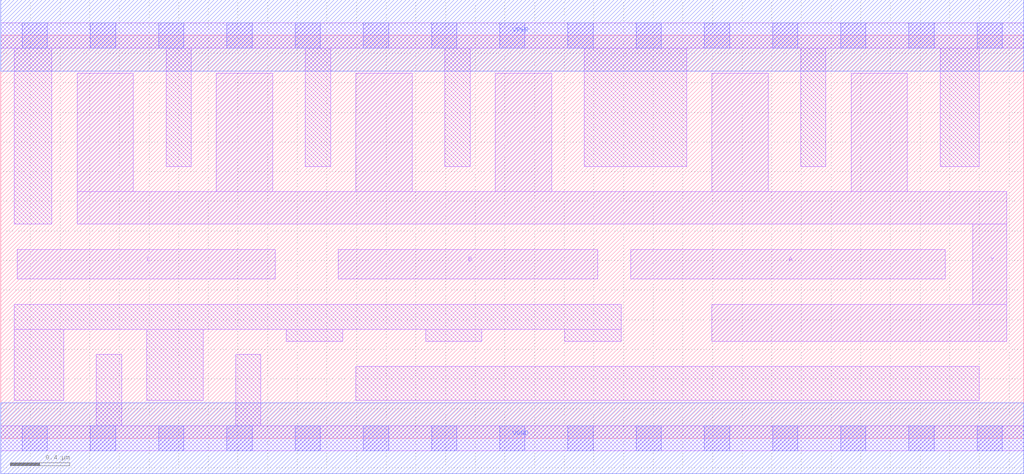
<source format=lef>
# Copyright 2020 The SkyWater PDK Authors
#
# Licensed under the Apache License, Version 2.0 (the "License");
# you may not use this file except in compliance with the License.
# You may obtain a copy of the License at
#
#     https://www.apache.org/licenses/LICENSE-2.0
#
# Unless required by applicable law or agreed to in writing, software
# distributed under the License is distributed on an "AS IS" BASIS,
# WITHOUT WARRANTIES OR CONDITIONS OF ANY KIND, either express or implied.
# See the License for the specific language governing permissions and
# limitations under the License.
#
# SPDX-License-Identifier: Apache-2.0

VERSION 5.7 ;
BUSBITCHARS "[]" ;
DIVIDERCHAR "/" ;
PROPERTYDEFINITIONS
  MACRO maskLayoutSubType STRING ;
  MACRO prCellType STRING ;
  MACRO originalViewName STRING ;
END PROPERTYDEFINITIONS
MACRO sky130_fd_sc_hdll__nand3_4
  ORIGIN  0.000000  0.000000 ;
  CLASS CORE ;
  SYMMETRY X Y R90 ;
  SIZE  6.900000 BY  2.720000 ;
  SITE unithd ;
  PIN A
    ANTENNAGATEAREA  1.110000 ;
    DIRECTION INPUT ;
    USE SIGNAL ;
    PORT
      LAYER li1 ;
        RECT 4.250000 1.075000 6.370000 1.275000 ;
    END
  END A
  PIN B
    ANTENNAGATEAREA  1.110000 ;
    DIRECTION INPUT ;
    USE SIGNAL ;
    PORT
      LAYER li1 ;
        RECT 2.275000 1.075000 4.025000 1.275000 ;
    END
  END B
  PIN C
    ANTENNAGATEAREA  1.110000 ;
    DIRECTION INPUT ;
    USE SIGNAL ;
    PORT
      LAYER li1 ;
        RECT 0.110000 1.075000 1.850000 1.275000 ;
    END
  END C
  PIN Y
    ANTENNADIFFAREA  2.156000 ;
    DIRECTION OUTPUT ;
    USE SIGNAL ;
    PORT
      LAYER li1 ;
        RECT 0.515000 1.445000 6.785000 1.665000 ;
        RECT 0.515000 1.665000 0.895000 2.465000 ;
        RECT 1.455000 1.665000 1.835000 2.465000 ;
        RECT 2.395000 1.665000 2.775000 2.465000 ;
        RECT 3.335000 1.665000 3.715000 2.465000 ;
        RECT 4.795000 0.655000 6.785000 0.905000 ;
        RECT 4.795000 1.665000 5.175000 2.465000 ;
        RECT 5.735000 1.665000 6.115000 2.465000 ;
        RECT 6.555000 0.905000 6.785000 1.445000 ;
    END
  END Y
  PIN VGND
    DIRECTION INOUT ;
    USE GROUND ;
    PORT
      LAYER met1 ;
        RECT 0.000000 -0.240000 6.900000 0.240000 ;
    END
  END VGND
  PIN VPWR
    DIRECTION INOUT ;
    USE POWER ;
    PORT
      LAYER met1 ;
        RECT 0.000000 2.480000 6.900000 2.960000 ;
    END
  END VPWR
  OBS
    LAYER li1 ;
      RECT 0.000000 -0.085000 6.900000 0.085000 ;
      RECT 0.000000  2.635000 6.900000 2.805000 ;
      RECT 0.090000  0.255000 0.425000 0.735000 ;
      RECT 0.090000  0.735000 4.185000 0.905000 ;
      RECT 0.090000  1.445000 0.345000 2.635000 ;
      RECT 0.645000  0.085000 0.815000 0.565000 ;
      RECT 0.985000  0.255000 1.365000 0.735000 ;
      RECT 1.115000  1.835000 1.285000 2.635000 ;
      RECT 1.585000  0.085000 1.755000 0.565000 ;
      RECT 1.925000  0.655000 2.305000 0.735000 ;
      RECT 2.055000  1.835000 2.225000 2.635000 ;
      RECT 2.395000  0.255000 6.600000 0.485000 ;
      RECT 2.865000  0.655000 3.245000 0.735000 ;
      RECT 2.995000  1.835000 3.165000 2.635000 ;
      RECT 3.805000  0.655000 4.185000 0.735000 ;
      RECT 3.935000  1.835000 4.625000 2.635000 ;
      RECT 5.395000  1.835000 5.565000 2.635000 ;
      RECT 6.335000  1.835000 6.600000 2.635000 ;
    LAYER mcon ;
      RECT 0.145000 -0.085000 0.315000 0.085000 ;
      RECT 0.145000  2.635000 0.315000 2.805000 ;
      RECT 0.605000 -0.085000 0.775000 0.085000 ;
      RECT 0.605000  2.635000 0.775000 2.805000 ;
      RECT 1.065000 -0.085000 1.235000 0.085000 ;
      RECT 1.065000  2.635000 1.235000 2.805000 ;
      RECT 1.525000 -0.085000 1.695000 0.085000 ;
      RECT 1.525000  2.635000 1.695000 2.805000 ;
      RECT 1.985000 -0.085000 2.155000 0.085000 ;
      RECT 1.985000  2.635000 2.155000 2.805000 ;
      RECT 2.445000 -0.085000 2.615000 0.085000 ;
      RECT 2.445000  2.635000 2.615000 2.805000 ;
      RECT 2.905000 -0.085000 3.075000 0.085000 ;
      RECT 2.905000  2.635000 3.075000 2.805000 ;
      RECT 3.365000 -0.085000 3.535000 0.085000 ;
      RECT 3.365000  2.635000 3.535000 2.805000 ;
      RECT 3.825000 -0.085000 3.995000 0.085000 ;
      RECT 3.825000  2.635000 3.995000 2.805000 ;
      RECT 4.285000 -0.085000 4.455000 0.085000 ;
      RECT 4.285000  2.635000 4.455000 2.805000 ;
      RECT 4.745000 -0.085000 4.915000 0.085000 ;
      RECT 4.745000  2.635000 4.915000 2.805000 ;
      RECT 5.205000 -0.085000 5.375000 0.085000 ;
      RECT 5.205000  2.635000 5.375000 2.805000 ;
      RECT 5.665000 -0.085000 5.835000 0.085000 ;
      RECT 5.665000  2.635000 5.835000 2.805000 ;
      RECT 6.125000 -0.085000 6.295000 0.085000 ;
      RECT 6.125000  2.635000 6.295000 2.805000 ;
      RECT 6.585000 -0.085000 6.755000 0.085000 ;
      RECT 6.585000  2.635000 6.755000 2.805000 ;
  END
  PROPERTY maskLayoutSubType "abstract" ;
  PROPERTY prCellType "standard" ;
  PROPERTY originalViewName "layout" ;
END sky130_fd_sc_hdll__nand3_4
END LIBRARY

</source>
